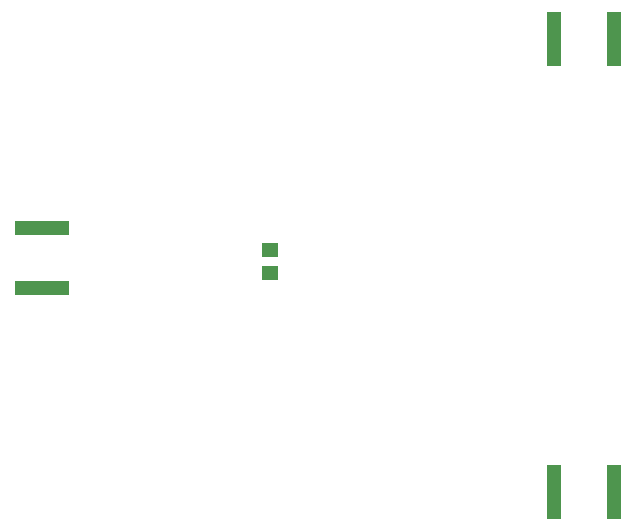
<source format=gbr>
%TF.GenerationSoftware,Altium Limited,Altium Designer,25.0.2 (28)*%
G04 Layer_Color=128*
%FSLAX45Y45*%
%MOMM*%
%TF.SameCoordinates,B98E361C-49A8-4C36-954A-03D76396FE22*%
%TF.FilePolarity,Positive*%
%TF.FileFunction,Paste,Bot*%
%TF.Part,Single*%
G01*
G75*
%TA.AperFunction,ConnectorPad*%
%ADD16R,4.57200X1.27000*%
%ADD18R,1.27000X4.57200*%
%TA.AperFunction,SMDPad,CuDef*%
%ADD21R,1.45000X1.20000*%
D16*
X2781300Y5016500D02*
D03*
Y4508500D02*
D03*
D18*
X7620000Y6616700D02*
D03*
X7112000D02*
D03*
Y2781300D02*
D03*
X7620000D02*
D03*
D21*
X4711700Y4637100D02*
D03*
Y4837100D02*
D03*
%TF.MD5,12833d22ba106a93790e2fe7dd4754ed*%
M02*

</source>
